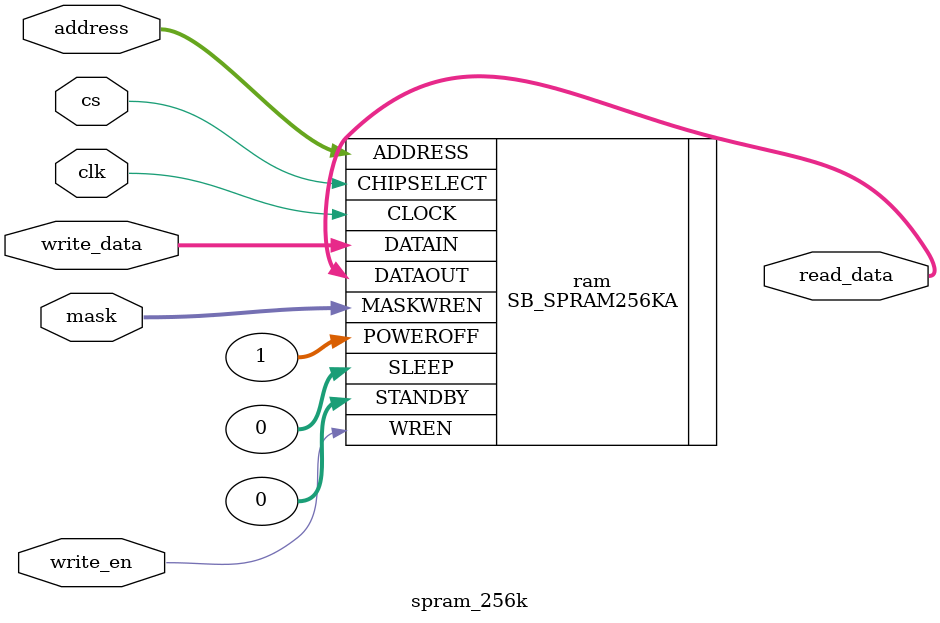
<source format=v>


module spram_256k (
    input clk,
    input cs,
    input [13:0] address,
    input [15:0] write_data,
    input [3:0] mask,
    input write_en,
    output reg [15:0] read_data
);
    SB_SPRAM256KA ram (
        .ADDRESS(address),
        .DATAIN(write_data),
        .MASKWREN(mask),
        .WREN(write_en),
        .CHIPSELECT(cs),
        .CLOCK(clk),
        .STANDBY(0),
        .SLEEP(0),
        .POWEROFF(1),
        .DATAOUT(read_data)
    );
    
endmodule

</source>
